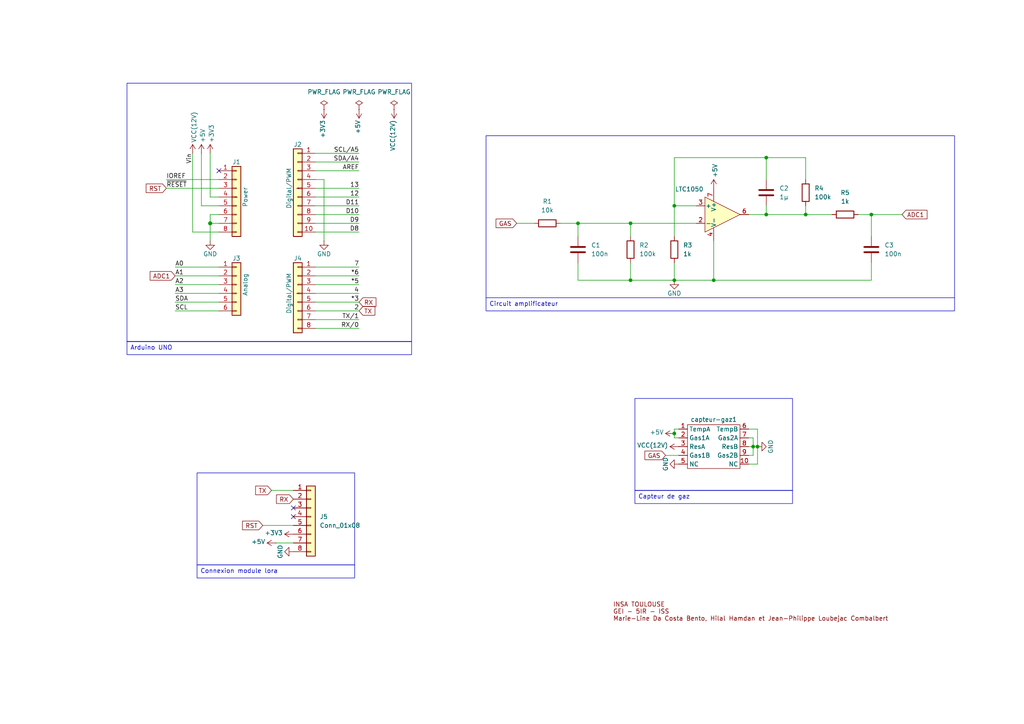
<source format=kicad_sch>
(kicad_sch (version 20250114) (generator "eeschema") (generator_version "9.0")
  (paper "A4")
  (title_block (title "Shield Arduino Capteur de Gaz & Module LoRa") (date "2026-01-06") (rev "1.0"))
  (lib_symbols
    (symbol "Amplifier_Operational:OP1177AR" (pin_names (offset 0.127))
      (property "Reference" "U" (at 5.08 5.08 0))
      (property "Value" "OP1177AR" (at 7.62 2.54 0))
      (symbol "OP1177AR_0_1"
        (polyline (pts (xy -5.08 5.08) (xy -5.08 -5.08) (xy 5.08 0) (xy -5.08 5.08)) (fill (type background)))
      )
      (symbol "OP1177AR_1_1"
        (pin input line (at -7.62 2.54 0) (length 2.54) (name "+") (number "3"))
        (pin input line (at -7.62 -2.54 0) (length 2.54) (name "-") (number "2"))
        (pin no_connect line (at -5.08 0 0) (length 3.81) (hide yes) (name "NC") (number "1"))
        (pin power_in line (at -2.54 7.62 270) (length 3.81) (name "V+") (number "7"))
        (pin power_in line (at -2.54 -7.62 90) (length 3.81) (name "V-") (number "4"))
        (pin no_connect line (at 0 2.54 270) (length 3.81) (hide yes) (name "NC") (number "8"))
        (pin no_connect line (at 0 -2.54 90) (length 3.81) (hide yes) (name "NC") (number "5"))
        (pin output line (at 7.62 0 180) (length 2.54) (name "~") (number "6"))
      )
    )
    (symbol "Connector_Generic:Conn_01x06" (pin_names (offset 1.016) (hide yes))
      (property "Reference" "J" (at 0 7.62 0))
      (property "Value" "Conn_01x06" (at 0 -10.16 0))
      (symbol "Conn_01x06_1_1"
        (rectangle (start -1.27 6.35) (end 1.27 -8.89) (stroke (width 0.254)) (fill (type background)))
        (rectangle (start -1.27 5.207) (end 0 4.953) (stroke (width 0.1524)))
        (rectangle (start -1.27 2.667) (end 0 2.413) (stroke (width 0.1524)))
        (rectangle (start -1.27 0.127) (end 0 -0.127) (stroke (width 0.1524)))
        (rectangle (start -1.27 -2.413) (end 0 -2.667) (stroke (width 0.1524)))
        (rectangle (start -1.27 -4.953) (end 0 -5.207) (stroke (width 0.1524)))
        (rectangle (start -1.27 -7.493) (end 0 -7.747) (stroke (width 0.1524)))
        (pin passive line (at -5.08 5.08 0) (length 3.81) (name "Pin_1") (number "1"))
        (pin passive line (at -5.08 2.54 0) (length 3.81) (name "Pin_2") (number "2"))
        (pin passive line (at -5.08 0 0) (length 3.81) (name "Pin_3") (number "3"))
        (pin passive line (at -5.08 -2.54 0) (length 3.81) (name "Pin_4") (number "4"))
        (pin passive line (at -5.08 -5.08 0) (length 3.81) (name "Pin_5") (number "5"))
        (pin passive line (at -5.08 -7.62 0) (length 3.81) (name "Pin_6") (number "6"))
      )
    )
    (symbol "Connector_Generic:Conn_01x08" (pin_names (offset 1.016) (hide yes))
      (property "Reference" "J" (at 0 10.16 0))
      (property "Value" "Conn_01x08" (at 0 -12.7 0))
      (symbol "Conn_01x08_1_1"
        (rectangle (start -1.27 8.89) (end 1.27 -11.43) (stroke (width 0.254)) (fill (type background)))
        (rectangle (start -1.27 7.747) (end 0 7.493) (stroke (width 0.1524)))
        (rectangle (start -1.27 5.207) (end 0 4.953) (stroke (width 0.1524)))
        (rectangle (start -1.27 2.667) (end 0 2.413) (stroke (width 0.1524)))
        (rectangle (start -1.27 0.127) (end 0 -0.127) (stroke (width 0.1524)))
        (rectangle (start -1.27 -2.413) (end 0 -2.667) (stroke (width 0.1524)))
        (rectangle (start -1.27 -4.953) (end 0 -5.207) (stroke (width 0.1524)))
        (rectangle (start -1.27 -7.493) (end 0 -7.747) (stroke (width 0.1524)))
        (rectangle (start -1.27 -10.033) (end 0 -10.287) (stroke (width 0.1524)))
        (pin passive line (at -5.08 7.62 0) (length 3.81) (name "Pin_1") (number "1"))
        (pin passive line (at -5.08 5.08 0) (length 3.81) (name "Pin_2") (number "2"))
        (pin passive line (at -5.08 2.54 0) (length 3.81) (name "Pin_3") (number "3"))
        (pin passive line (at -5.08 0 0) (length 3.81) (name "Pin_4") (number "4"))
        (pin passive line (at -5.08 -2.54 0) (length 3.81) (name "Pin_5") (number "5"))
        (pin passive line (at -5.08 -5.08 0) (length 3.81) (name "Pin_6") (number "6"))
        (pin passive line (at -5.08 -7.62 0) (length 3.81) (name "Pin_7") (number "7"))
        (pin passive line (at -5.08 -10.16 0) (length 3.81) (name "Pin_8") (number "8"))
      )
    )
    (symbol "Connector_Generic:Conn_01x10" (pin_names (offset 1.016) (hide yes))
      (property "Reference" "J" (at 0 12.7 0))
      (property "Value" "Conn_01x10" (at 0 -15.24 0))
      (symbol "Conn_01x10_1_1"
        (rectangle (start -1.27 11.43) (end 1.27 -13.97) (stroke (width 0.254)) (fill (type background)))
        (rectangle (start -1.27 10.287) (end 0 10.033) (stroke (width 0.1524)))
        (rectangle (start -1.27 7.747) (end 0 7.493) (stroke (width 0.1524)))
        (rectangle (start -1.27 5.207) (end 0 4.953) (stroke (width 0.1524)))
        (rectangle (start -1.27 2.667) (end 0 2.413) (stroke (width 0.1524)))
        (rectangle (start -1.27 0.127) (end 0 -0.127) (stroke (width 0.1524)))
        (rectangle (start -1.27 -2.413) (end 0 -2.667) (stroke (width 0.1524)))
        (rectangle (start -1.27 -4.953) (end 0 -5.207) (stroke (width 0.1524)))
        (rectangle (start -1.27 -7.493) (end 0 -7.747) (stroke (width 0.1524)))
        (rectangle (start -1.27 -10.033) (end 0 -10.287) (stroke (width 0.1524)))
        (rectangle (start -1.27 -12.573) (end 0 -12.827) (stroke (width 0.1524)))
        (pin passive line (at -5.08 10.16 0) (length 3.81) (name "Pin_1") (number "1"))
        (pin passive line (at -5.08 7.62 0) (length 3.81) (name "Pin_2") (number "2"))
        (pin passive line (at -5.08 5.08 0) (length 3.81) (name "Pin_3") (number "3"))
        (pin passive line (at -5.08 2.54 0) (length 3.81) (name "Pin_4") (number "4"))
        (pin passive line (at -5.08 0 0) (length 3.81) (name "Pin_5") (number "5"))
        (pin passive line (at -5.08 -2.54 0) (length 3.81) (name "Pin_6") (number "6"))
        (pin passive line (at -5.08 -5.08 0) (length 3.81) (name "Pin_7") (number "7"))
        (pin passive line (at -5.08 -7.62 0) (length 3.81) (name "Pin_8") (number "8"))
        (pin passive line (at -5.08 -10.16 0) (length 3.81) (name "Pin_9") (number "9"))
        (pin passive line (at -5.08 -12.7 0) (length 3.81) (name "Pin_10") (number "10"))
      )
    )
    (symbol "Device:C" (pin_numbers (hide yes)) (pin_names (offset 0.254))
      (property "Reference" "C" (at 0.635 2.54 0))
      (property "Value" "C" (at 0.635 -2.54 0))
      (symbol "C_0_1"
        (polyline (pts (xy -2.032 0.762) (xy 2.032 0.762)) (stroke (width 0.508)))
        (polyline (pts (xy -2.032 -0.762) (xy 2.032 -0.762)) (stroke (width 0.508)))
      )
      (symbol "C_1_1"
        (pin passive line (at 0 3.81 270) (length 2.794) (name "~") (number "1"))
        (pin passive line (at 0 -3.81 90) (length 2.794) (name "~") (number "2"))
      )
    )
    (symbol "Device:R" (pin_numbers (hide yes)) (pin_names (offset 0))
      (property "Reference" "R" (at 2.032 0 90))
      (property "Value" "R" (at 0 0 90))
      (symbol "R_0_1"
        (rectangle (start -1.016 -2.54) (end 1.016 2.54) (stroke (width 0.254)))
      )
      (symbol "R_1_1"
        (pin passive line (at 0 3.81 270) (length 1.27) (name "~") (number "1"))
        (pin passive line (at 0 -3.81 90) (length 1.27) (name "~") (number "2"))
      )
    )
    (symbol "GazSensor_1"
      (property "Reference" "capteur-gaz" (at -0.254 6.604 0))
      (symbol "GazSensor_1_0_1"
        (rectangle (start -7.62 5.08) (end 7.62 -7.62))
      )
      (symbol "GazSensor_1_1_1"
        (pin passive line (at -10.16 3.81 0) (length 2.54) (name "TempA") (number "1"))
        (pin passive line (at -10.16 1.27 0) (length 2.54) (name "Gas1A") (number "2"))
        (pin passive line (at -10.16 -1.27 0) (length 2.54) (name "ResA") (number "3"))
        (pin passive line (at -10.16 -3.81 0) (length 2.54) (name "Gas1B") (number "4"))
        (pin passive line (at -10.16 -6.35 0) (length 2.54) (name "NC") (number "5"))
        (pin passive line (at 10.16 3.81 180) (length 2.54) (name "TempB") (number "6"))
        (pin passive line (at 10.16 1.27 180) (length 2.54) (name "Gas2A") (number "7"))
        (pin passive line (at 10.16 -1.27 180) (length 2.54) (name "ResB") (number "8"))
        (pin passive line (at 10.16 -3.81 180) (length 2.54) (name "Gas2B") (number "9"))
        (pin passive line (at 10.16 -6.35 180) (length 2.54) (name "NC") (number "10"))
      )
    )
    (symbol "power:+3V3" (power) (pin_numbers (hide yes)) (pin_names (offset 0) (hide yes))
      (property "Value" "+3V3" (at 0 3.556 0))
      (symbol "+3V3_0_1"
        (polyline (pts (xy -0.762 1.27) (xy 0 2.54)))
        (polyline (pts (xy 0 2.54) (xy 0.762 1.27)))
        (polyline (pts (xy 0 0) (xy 0 2.54)))
      )
      (symbol "+3V3_1_1"
        (pin power_in line (at 0 0 90) (length 0) (name "~") (number "1"))
      )
    )
    (symbol "power:+5V" (power) (pin_numbers (hide yes)) (pin_names (offset 0) (hide yes))
      (property "Value" "+5V" (at 0 3.556 0))
      (symbol "+5V_0_1"
        (polyline (pts (xy -0.762 1.27) (xy 0 2.54)))
        (polyline (pts (xy 0 2.54) (xy 0.762 1.27)))
        (polyline (pts (xy 0 0) (xy 0 2.54)))
      )
      (symbol "+5V_1_1"
        (pin power_in line (at 0 0 90) (length 0) (name "~") (number "1"))
      )
    )
    (symbol "power:GND" (power) (pin_numbers (hide yes)) (pin_names (offset 0) (hide yes))
      (property "Value" "GND" (at 0 -3.81 0))
      (symbol "GND_0_1"
        (polyline (pts (xy 0 0) (xy 0 -1.27) (xy 1.27 -1.27) (xy 0 -2.54) (xy -1.27 -1.27) (xy 0 -1.27)))
      )
      (symbol "GND_1_1"
        (pin power_in line (at 0 0 270) (length 0) (name "~") (number "1"))
      )
    )
    (symbol "power:PWR_FLAG" (power) (pin_numbers (hide yes)) (pin_names (offset 0) (hide yes))
      (property "Value" "PWR_FLAG" (at 0 3.81 0))
      (symbol "PWR_FLAG_0_0"
        (pin power_out line (at 0 0 90) (length 0) (name "~") (number "1"))
      )
      (symbol "PWR_FLAG_0_1"
        (polyline (pts (xy 0 0) (xy 0 1.27) (xy -1.016 1.905) (xy 0 2.54) (xy 1.016 1.905) (xy 0 1.27)))
      )
    )
    (symbol "power:VCC" (power) (pin_numbers (hide yes)) (pin_names (offset 0) (hide yes))
      (property "Value" "VCC" (at 0 3.556 0))
      (symbol "VCC_0_1"
        (polyline (pts (xy -0.762 1.27) (xy 0 2.54)))
        (polyline (pts (xy 0 2.54) (xy 0.762 1.27)))
        (polyline (pts (xy 0 0) (xy 0 2.54)))
      )
      (symbol "VCC_1_1"
        (pin power_in line (at 0 0 90) (length 0) (name "~") (number "1"))
      )
    )
  )
  (rectangle (start 36.83 24.13) (end 119.38 99.06))
  (rectangle (start 57.15 137.16) (end 102.87 163.83))
  (rectangle (start 184.15 115.57) (end 229.87 142.24))
  (rectangle (start 140.97 39.37) (end 276.86 86.36))
  (text "INSA TOULOUSE\nGEI - 5IR - ISS\nMarie-Line Da Costa Bento, Hilal Hamdan et Jean-Philippe Loubejac Combalbert\n" (at 177.8 180.34 0) (effects (font (size 1.27 1.27) (thickness 0.1588)) (justify left bottom)))
  (text_box "Circuit amplificateur\n" (at 140.97 86.36 0) (size 135.89 3.81) (margins 0.9525 0.9525 0.9525 0.9525) (effects (font (size 1.27 1.27)) (justify left top)))
  (text_box "Arduino UNO" (at 36.83 99.06 0) (size 82.55 3.81) (margins 0.9525 0.9525 0.9525 0.9525) (effects (font (size 1.27 1.27)) (justify left top)))
  (text_box "Capteur de gaz" (at 184.15 142.24 0) (size 45.72 3.81) (margins 0.9525 0.9525 0.9525 0.9525) (effects (font (size 1.27 1.27)) (justify left top)))
  (text_box "Connexion module lora" (at 57.15 163.83 0) (size 45.72 3.81) (margins 0.9525 0.9525 0.9525 0.9525) (effects (font (size 1.27 1.27)) (justify left top)))
  (junction (at 222.25 45.72))
  (junction (at 60.96 64.77) (diameter 1.016))
  (junction (at 218.44 129.54))
  (junction (at 195.58 125.73))
  (junction (at 233.68 62.23))
  (junction (at 167.64 64.77))
  (junction (at 195.58 59.69))
  (junction (at 222.25 62.23))
  (junction (at 219.71 129.54))
  (junction (at 252.73 62.23))
  (junction (at 207.01 81.28))
  (junction (at 195.58 81.28))
  (junction (at 182.88 64.77))
  (junction (at 182.88 81.28))
  (no_connect (at 85.09 149.86))
  (no_connect (at 85.09 147.32))
  (no_connect (at 63.5 49.53))
  (wire (pts (xy 91.44 95.25) (xy 104.14 95.25)))
  (wire (pts (xy 219.71 124.46) (xy 219.71 129.54)))
  (wire (pts (xy 182.88 81.28) (xy 195.58 81.28)))
  (wire (pts (xy 217.17 124.46) (xy 219.71 124.46)))
  (wire (pts (xy 91.44 62.23) (xy 104.14 62.23)))
  (wire (pts (xy 91.44 44.45) (xy 104.14 44.45)))
  (wire (pts (xy 252.73 62.23) (xy 252.73 68.58)))
  (wire (pts (xy 60.96 62.23) (xy 60.96 64.77)))
  (wire (pts (xy 222.25 45.72) (xy 195.58 45.72)))
  (wire (pts (xy 50.8 90.17) (xy 63.5 90.17)))
  (wire (pts (xy 252.73 62.23) (xy 261.62 62.23)))
  (wire (pts (xy 60.96 64.77) (xy 60.96 69.85)))
  (wire (pts (xy 167.64 81.28) (xy 182.88 81.28)))
  (wire (pts (xy 218.44 132.08) (xy 218.44 129.54)))
  (wire (pts (xy 195.58 76.2) (xy 195.58 81.28)))
  (wire (pts (xy 217.17 127) (xy 218.44 127)))
  (wire (pts (xy 182.88 76.2) (xy 182.88 81.28)))
  (wire (pts (xy 60.96 57.15) (xy 63.5 57.15)))
  (wire (pts (xy 58.42 59.69) (xy 63.5 59.69)))
  (wire (pts (xy 58.42 44.45) (xy 58.42 59.69)))
  (wire (pts (xy 222.25 62.23) (xy 222.25 59.69)))
  (wire (pts (xy 217.17 134.62) (xy 219.71 134.62)))
  (wire (pts (xy 91.44 54.61) (xy 104.14 54.61)))
  (wire (pts (xy 60.96 44.45) (xy 60.96 57.15)))
  (wire (pts (xy 91.44 77.47) (xy 104.14 77.47)))
  (wire (pts (xy 63.5 77.47) (xy 50.8 77.47)))
  (wire (pts (xy 218.44 129.54) (xy 217.17 129.54)))
  (wire (pts (xy 91.44 57.15) (xy 104.14 57.15)))
  (wire (pts (xy 201.93 59.69) (xy 195.58 59.69)))
  (wire (pts (xy 91.44 80.01) (xy 104.14 80.01)))
  (wire (pts (xy 207.01 81.28) (xy 252.73 81.28)))
  (wire (pts (xy 219.71 134.62) (xy 219.71 129.54)))
  (wire (pts (xy 149.86 64.77) (xy 154.94 64.77)))
  (wire (pts (xy 91.44 64.77) (xy 104.14 64.77)))
  (wire (pts (xy 195.58 45.72) (xy 195.58 59.69)))
  (wire (pts (xy 222.25 62.23) (xy 233.68 62.23)))
  (wire (pts (xy 167.64 68.58) (xy 167.64 64.77)))
  (wire (pts (xy 222.25 45.72) (xy 233.68 45.72)))
  (wire (pts (xy 91.44 85.09) (xy 104.14 85.09)))
  (wire (pts (xy 233.68 62.23) (xy 241.3 62.23)))
  (wire (pts (xy 195.58 59.69) (xy 195.58 68.58)))
  (wire (pts (xy 48.26 52.07) (xy 63.5 52.07)))
  (wire (pts (xy 233.68 45.72) (xy 233.68 52.07)))
  (wire (pts (xy 182.88 64.77) (xy 182.88 68.58)))
  (wire (pts (xy 78.74 142.24) (xy 85.09 142.24)))
  (wire (pts (xy 167.64 64.77) (xy 182.88 64.77)))
  (wire (pts (xy 195.58 125.73) (xy 195.58 127)))
  (wire (pts (xy 195.58 127) (xy 196.85 127)))
  (wire (pts (xy 93.98 52.07) (xy 93.98 69.85)))
  (wire (pts (xy 91.44 49.53) (xy 104.14 49.53)))
  (wire (pts (xy 63.5 82.55) (xy 50.8 82.55)))
  (wire (pts (xy 48.26 54.61) (xy 63.5 54.61)))
  (wire (pts (xy 219.71 129.54) (xy 218.44 129.54)))
  (wire (pts (xy 196.85 124.46) (xy 195.58 124.46)))
  (wire (pts (xy 63.5 64.77) (xy 60.96 64.77)))
  (wire (pts (xy 167.64 76.2) (xy 167.64 81.28)))
  (wire (pts (xy 63.5 67.31) (xy 55.88 67.31)))
  (wire (pts (xy 217.17 132.08) (xy 218.44 132.08)))
  (wire (pts (xy 50.8 80.01) (xy 63.5 80.01)))
  (wire (pts (xy 80.01 157.48) (xy 85.09 157.48)))
  (wire (pts (xy 91.44 52.07) (xy 93.98 52.07)))
  (wire (pts (xy 195.58 124.46) (xy 195.58 125.73)))
  (wire (pts (xy 63.5 62.23) (xy 60.96 62.23)))
  (wire (pts (xy 91.44 59.69) (xy 104.14 59.69)))
  (wire (pts (xy 207.01 81.28) (xy 195.58 81.28)))
  (wire (pts (xy 167.64 64.77) (xy 162.56 64.77)))
  (wire (pts (xy 207.01 69.85) (xy 207.01 81.28)))
  (wire (pts (xy 193.04 132.08) (xy 196.85 132.08)))
  (wire (pts (xy 91.44 82.55) (xy 104.14 82.55)))
  (wire (pts (xy 50.8 85.09) (xy 63.5 85.09)))
  (wire (pts (xy 252.73 81.28) (xy 252.73 76.2)))
  (wire (pts (xy 182.88 64.77) (xy 201.93 64.77)))
  (wire (pts (xy 91.44 46.99) (xy 104.14 46.99)))
  (wire (pts (xy 233.68 62.23) (xy 233.68 59.69)))
  (wire (pts (xy 91.44 90.17) (xy 104.14 90.17)))
  (wire (pts (xy 218.44 127) (xy 218.44 129.54)))
  (wire (pts (xy 91.44 87.63) (xy 104.14 87.63)))
  (wire (pts (xy 217.17 62.23) (xy 222.25 62.23)))
  (wire (pts (xy 222.25 52.07) (xy 222.25 45.72)))
  (wire (pts (xy 91.44 92.71) (xy 104.14 92.71)))
  (wire (pts (xy 55.88 67.31) (xy 55.88 44.45)))
  (wire (pts (xy 248.92 62.23) (xy 252.73 62.23)))
  (wire (pts (xy 63.5 87.63) (xy 50.8 87.63)))
  (wire (pts (xy 76.2 152.4) (xy 85.09 152.4)))
  (wire (pts (xy 91.44 67.31) (xy 104.14 67.31)))
  (label "RX{slash}0" (at 104.14 95.25 180))
  (label "A2" (at 50.8 82.55 0))
  (label "4" (at 104.14 85.09 180))
  (label "2" (at 104.14 90.17 180))
  (label "A3" (at 50.8 85.09 0))
  (label "13" (at 104.14 54.61 180))
  (label "12" (at 104.14 57.15 180))
  (label "~{RESET}" (at 48.26 54.61 0))
  (label "D10" (at 104.14 62.23 180))
  (label "7" (at 104.14 77.47 180))
  (label "SDA{slash}A4" (at 104.14 46.99 180))
  (label "D8" (at 104.14 67.31 180))
  (label "D11" (at 104.14 59.69 180))
  (label "*3" (at 104.14 87.63 180))
  (label "A1" (at 50.8 80.01 0))
  (label "TX{slash}1" (at 104.14 92.71 180))
  (label "A0" (at 50.8 77.47 0))
  (label "AREF" (at 104.14 49.53 180))
  (label "Vin" (at 55.88 44.45 270))
  (label "*6" (at 104.14 80.01 180))
  (label "SCL{slash}A5" (at 104.14 44.45 180))
  (label "D9" (at 104.14 64.77 180))
  (label "*5" (at 104.14 82.55 180))
  (label "IOREF" (at 48.26 52.07 0))
  (label "SDA" (at 50.8 87.63 0))
  (label "SCL" (at 50.8 90.17 0))
  (global_label "ADC1" (shape input) (at 261.62 62.23 0) (property "Intersheetrefs" "${INTERSHEET_REFS}" (effects (hide yes))))
  (global_label "GAS" (shape input) (at 149.86 64.77 180) (property "Intersheetrefs" "${INTERSHEET_REFS}" (effects (hide yes))))
  (global_label "GAS" (shape input) (at 193.04 132.08 180) (property "Intersheetrefs" "${INTERSHEET_REFS}" (effects (hide yes))))
  (global_label "RX" (shape input) (at 85.09 144.78 180) (property "Intersheetrefs" "${INTERSHEET_REFS}" (effects (hide yes))))
  (global_label "RST" (shape input) (at 76.2 152.4 180) (property "Intersheetrefs" "${INTERSHEET_REFS}" (effects (hide yes))))
  (global_label "ADC1" (shape input) (at 50.8 80.01 180) (property "Intersheetrefs" "${INTERSHEET_REFS}" (effects (hide yes))))
  (global_label "RX" (shape input) (at 104.14 87.63 0) (property "Intersheetrefs" "${INTERSHEET_REFS}" (effects (hide yes))))
  (global_label "RST" (shape input) (at 48.26 54.61 180) (property "Intersheetrefs" "${INTERSHEET_REFS}" (effects (hide yes))))
  (global_label "TX" (shape input) (at 104.14 90.17 0) (property "Intersheetrefs" "${INTERSHEET_REFS}" (effects (hide yes))))
  (global_label "TX" (shape input) (at 78.74 142.24 180) (property "Intersheetrefs" "${INTERSHEET_REFS}" (effects (hide yes))))
  (symbol (lib_id "Connector_Generic:Conn_01x08") (at 68.58 57.15 0) (unit 1)
    (property "Reference" "J1" (at 68.58 46.99 0))
    (property "Value" "Power" (at 71.12 57.15 90))
    (property "Footprint" "Connector_PinHeader_2.54mm:PinHeader_1x08_P2.54mm_Vertical" (effects (hide yes)))
    (property "Datasheet" "~" (at 68.58 57.15 0))
    (property "Description" "Generic connector, single row, 01x08, script generated (kicad-library-utils/schlib/autogen/connector/)" (effects (hide yes)))
  )
  (symbol (lib_id "power:+3V3") (at 60.96 44.45 0) (unit 1)
    (property "Reference" "#PWR03" (effects (hide yes)))
    (property "Value" "+3V3" (at 61.341 41.402 90) (effects (justify left)))
    (property "Description" "Power symbol creates a global label with name \"+3V3\"" (effects (hide yes)))
  )
  (symbol (lib_id "power:+5V") (at 58.42 44.45 0) (unit 1)
    (property "Reference" "#PWR02" (effects (hide yes)))
    (property "Value" "+5V" (at 58.7756 41.402 90) (effects (justify left)))
    (property "Description" "Power symbol creates a global label with name \"+5V\"" (effects (hide yes)))
  )
  (symbol (lib_id "power:GND") (at 60.96 69.85 0) (unit 1)
    (property "Reference" "#PWR04" (effects (hide yes)))
    (property "Value" "GND" (at 60.96 73.66 0))
    (property "Description" "Power symbol creates a global label with name \"GND\" , ground" (effects (hide yes)))
  )
  (symbol (lib_id "Connector_Generic:Conn_01x10") (at 86.36 54.61 0) (mirror y) (unit 1)
    (property "Reference" "J2" (at 86.36 41.91 0))
    (property "Value" "Digital/PWM" (at 83.82 54.61 90))
    (property "Footprint" "Connector_PinHeader_2.54mm:PinHeader_1x10_P2.54mm_Vertical" (effects (hide yes)))
    (property "Datasheet" "~" (at 86.36 54.61 0))
    (property "Description" "Generic connector, single row, 01x10, script generated (kicad-library-utils/schlib/autogen/connector/)" (effects (hide yes)))
  )
  (symbol (lib_id "power:GND") (at 93.98 69.85 0) (unit 1)
    (property "Reference" "#PWR05" (effects (hide yes)))
    (property "Value" "GND" (at 93.98 73.66 0))
    (property "Description" "Power symbol creates a global label with name \"GND\" , ground" (effects (hide yes)))
  )
  (symbol (lib_id "Connector_Generic:Conn_01x06") (at 68.58 82.55 0) (unit 1)
    (property "Reference" "J3" (at 68.58 74.93 0))
    (property "Value" "Analog" (at 71.12 82.55 90))
    (property "Footprint" "Connector_PinHeader_2.54mm:PinHeader_1x06_P2.54mm_Vertical" (effects (hide yes)))
    (property "Description" "Generic connector, single row, 01x06, script generated (kicad-library-utils/schlib/autogen/connector/)" (effects (hide yes)))
  )
  (symbol (lib_id "Connector_Generic:Conn_01x08") (at 86.36 85.09 0) (mirror y) (unit 1)
    (property "Reference" "J4" (at 86.36 74.93 0))
    (property "Value" "Digital/PWM" (at 83.82 85.09 90))
    (property "Footprint" "Connector_PinHeader_2.54mm:PinHeader_1x08_P2.54mm_Vertical" (effects (hide yes)))
    (property "Datasheet" "~" (at 86.36 85.09 0))
    (property "Description" "Generic connector, single row, 01x08, script generated (kicad-library-utils/schlib/autogen/connector/)" (effects (hide yes)))
  )
  (symbol (lib_id "Device:C") (at 167.64 72.39 0) (unit 1)
    (property "Reference" "C1" (at 171.45 71.1199 0) (effects (justify left)))
    (property "Value" "100n" (at 171.45 73.6599 0) (effects (justify left)))
    (property "Footprint" "Capacitor_THT:C_Disc_D7.0mm_W2.5mm_P5.00mm" (effects (hide yes)))
    (property "Description" "Unpolarized capacitor" (effects (hide yes)))
  )
  (symbol (lib_id "Device:C") (at 252.73 72.39 0) (unit 1)
    (property "Reference" "C3" (at 256.54 71.1199 0) (effects (justify left)))
    (property "Value" "100n" (at 256.54 73.6599 0) (effects (justify left)))
    (property "Footprint" "Capacitor_THT:C_Disc_D7.0mm_W2.5mm_P5.00mm" (effects (hide yes)))
    (property "Description" "Unpolarized capacitor" (effects (hide yes)))
  )
  (symbol (lib_id "power:GND") (at 196.85 134.62 270) (unit 1)
    (property "Reference" "#PWR017" (effects (hide yes)))
    (property "Value" "GND" (at 193.04 134.62 0))
    (property "Description" "Power symbol creates a global label with name \"GND\" , ground" (effects (hide yes)))
  )
  (symbol (lib_id "Device:R") (at 158.75 64.77 90) (unit 1)
    (property "Reference" "R1" (at 158.75 58.42 90))
    (property "Value" "10k" (at 158.75 60.96 90))
    (property "Footprint" "Resistor_THT:R_Axial_DIN0207_L6.3mm_D2.5mm_P10.16mm_Horizontal" (effects (hide yes)))
    (property "Description" "Resistor" (effects (hide yes)))
  )
  (symbol (lib_id "power:+3V3") (at 93.98 31.75 180) (unit 1)
    (property "Reference" "#PWR010" (effects (hide yes)))
    (property "Value" "+3V3" (at 93.599 34.798 90) (effects (justify left)))
    (property "Description" "Power symbol creates a global label with name \"+3V3\"" (effects (hide yes)))
  )
  (symbol (lib_id "power:+5V") (at 80.01 157.48 90) (unit 1)
    (property "Reference" "#PWR07" (effects (hide yes)))
    (property "Value" "+5V" (at 76.962 157.1244 90) (effects (justify left)))
    (property "Description" "Power symbol creates a global label with name \"+5V\"" (effects (hide yes)))
  )
  (symbol (lib_id "power:+5V") (at 195.58 125.73 90) (unit 1)
    (property "Reference" "#PWR018" (effects (hide yes)))
    (property "Value" "+5V" (at 192.532 125.3744 90) (effects (justify left)))
    (property "Description" "Power symbol creates a global label with name \"+5V\"" (effects (hide yes)))
  )
  (symbol (lib_id "power:+5V") (at 104.14 31.75 180) (unit 1)
    (property "Reference" "#PWR011" (effects (hide yes)))
    (property "Value" "+5V" (at 103.7844 34.798 90) (effects (justify left)))
    (property "Description" "Power symbol creates a global label with name \"+5V\"" (effects (hide yes)))
  )
  (symbol (lib_id "Connector_Generic:Conn_01x08") (at 90.17 149.86 0) (unit 1)
    (property "Reference" "J5" (at 92.71 149.8599 0) (effects (justify left)))
    (property "Value" "Conn_01x08" (at 92.71 152.3999 0) (effects (justify left)))
    (property "Footprint" "Connector_PinSocket_2.54mm:PinSocket_1x08_P2.54mm_Vertical" (effects (hide yes)))
    (property "Description" "Generic connector, single row, 01x08, script generated (kicad-library-utils/schlib/autogen/connector/)" (effects (hide yes)))
  )
  (symbol (lib_id "Device:R") (at 182.88 72.39 180) (unit 1)
    (property "Reference" "R2" (at 185.42 71.1199 0) (effects (justify right)))
    (property "Value" "100k" (at 185.42 73.6599 0) (effects (justify right)))
    (property "Footprint" "Resistor_THT:R_Axial_DIN0207_L6.3mm_D2.5mm_P10.16mm_Horizontal" (effects (hide yes)))
    (property "Description" "Resistor" (effects (hide yes)))
  )
  (symbol (lib_id "power:VCC") (at 114.3 31.75 180) (unit 1)
    (property "Reference" "#PWR012" (effects (hide yes)))
    (property "Value" "VCC(12V)" (at 113.919 34.798 90) (effects (justify left)))
    (property "Description" "Power symbol creates a global label with name \"VCC\"" (effects (hide yes)))
  )
  (symbol (lib_id "power:VCC") (at 55.88 44.45 0) (unit 1)
    (property "Reference" "#PWR01" (effects (hide yes)))
    (property "Value" "VCC(12V)" (at 56.261 41.402 90) (effects (justify left)))
    (property "Description" "Power symbol creates a global label with name \"VCC\"" (effects (hide yes)))
  )
  (symbol (lib_name "GazSensor_1") (lib_id "marcelle:GazSensor") (at 207.01 128.27 0) (unit 1)
    (property "Reference" "capteur-gaz1" (at 207.01 121.666 0))
    (property "Footprint" "Package_TO_SOT_THT:TO-5-10_Window" (effects (hide yes)))
  )
  (symbol (lib_id "Device:C") (at 222.25 55.88 0) (unit 1)
    (property "Reference" "C2" (at 226.06 54.6099 0) (effects (justify left)))
    (property "Value" "1µ" (at 226.06 57.1499 0) (effects (justify left)))
    (property "Footprint" "Capacitor_THT:C_Disc_D7.0mm_W2.5mm_P5.00mm" (effects (hide yes)))
    (property "Description" "Unpolarized capacitor" (effects (hide yes)))
  )
  (symbol (lib_id "Device:R") (at 195.58 72.39 180) (unit 1)
    (property "Reference" "R3" (at 198.12 71.1199 0) (effects (justify right)))
    (property "Value" "1k" (at 198.12 73.6599 0) (effects (justify right)))
    (property "Footprint" "Resistor_THT:R_Axial_DIN0207_L6.3mm_D2.5mm_P10.16mm_Horizontal" (effects (hide yes)))
    (property "Description" "Resistor" (effects (hide yes)))
  )
  (symbol (lib_id "power:PWR_FLAG") (at 104.14 31.75 0) (unit 1)
    (property "Reference" "#FLG02" (effects (hide yes)))
    (property "Value" "PWR_FLAG" (at 104.14 26.67 0))
    (property "Description" "Special symbol for telling ERC where power comes from" (effects (hide yes)))
  )
  (symbol (lib_id "power:PWR_FLAG") (at 93.98 31.75 0) (unit 1)
    (property "Reference" "#FLG01" (effects (hide yes)))
    (property "Value" "PWR_FLAG" (at 93.98 26.67 0))
    (property "Description" "Special symbol for telling ERC where power comes from" (effects (hide yes)))
  )
  (symbol (lib_id "power:GND") (at 85.09 160.02 270) (unit 1)
    (property "Reference" "#PWR08" (effects (hide yes)))
    (property "Value" "GND" (at 81.28 160.02 0))
    (property "Description" "Power symbol creates a global label with name \"GND\" , ground" (effects (hide yes)))
  )
  (symbol (lib_id "power:+3V3") (at 85.09 154.94 90) (unit 1)
    (property "Reference" "#PWR06" (effects (hide yes)))
    (property "Value" "+3V3" (at 82.042 154.559 90) (effects (justify left)))
    (property "Description" "Power symbol creates a global label with name \"+3V3\"" (effects (hide yes)))
  )
  (symbol (lib_id "power:GND") (at 219.71 129.54 90) (unit 1)
    (property "Reference" "#PWR020" (effects (hide yes)))
    (property "Value" "GND" (at 223.52 129.54 0))
    (property "Description" "Power symbol creates a global label with name \"GND\" , ground" (effects (hide yes)))
  )
  (symbol (lib_id "Device:R") (at 233.68 55.88 180) (unit 1)
    (property "Reference" "R4" (at 236.22 54.6099 0) (effects (justify right)))
    (property "Value" "100k" (at 236.22 57.1499 0) (effects (justify right)))
    (property "Footprint" "Resistor_THT:R_Axial_DIN0207_L6.3mm_D2.5mm_P10.16mm_Horizontal" (effects (hide yes)))
    (property "Description" "Resistor" (effects (hide yes)))
  )
  (symbol (lib_id "Amplifier_Operational:OP1177AR") (at 209.55 62.23 0) (unit 1)
    (property "Reference" "U2" (effects (hide yes)))
    (property "Value" "LTC1050" (at 199.898 54.864 0))
    (property "Footprint" "Package_DIP:DIP-8_W7.62mm" (effects (hide yes)))
    (property "Datasheet" "https://www.analog.com/media/en/technical-documentation/data-sheets/OP1177_2177_4177.pdf" (effects (hide yes)))
    (property "Description" "Precision Low Noise, Low Input Bias Current Operational Amplifier, SOIC-8" (effects (hide yes)))
  )
  (symbol (lib_id "Device:R") (at 245.11 62.23 270) (unit 1)
    (property "Reference" "R5" (at 245.11 55.88 90))
    (property "Value" "1k" (at 245.11 58.42 90))
    (property "Footprint" "Resistor_THT:R_Axial_DIN0207_L6.3mm_D2.5mm_P10.16mm_Horizontal" (effects (hide yes)))
    (property "Description" "Resistor" (effects (hide yes)))
  )
  (symbol (lib_id "power:PWR_FLAG") (at 114.3 31.75 0) (unit 1)
    (property "Reference" "#FLG03" (effects (hide yes)))
    (property "Value" "PWR_FLAG" (at 114.3 26.67 0))
    (property "Description" "Special symbol for telling ERC where power comes from" (effects (hide yes)))
  )
  (symbol (lib_id "power:+5V") (at 207.01 54.61 0) (unit 1)
    (property "Reference" "#PWR022" (effects (hide yes)))
    (property "Value" "+5V" (at 207.3656 51.562 90) (effects (justify left)))
    (property "Description" "Power symbol creates a global label with name \"+5V\"" (effects (hide yes)))
  )
  (symbol (lib_id "power:GND") (at 195.58 81.28 0) (unit 1)
    (property "Reference" "#PWR019" (effects (hide yes)))
    (property "Value" "GND" (at 195.58 85.09 0))
    (property "Description" "Power symbol creates a global label with name \"GND\" , ground" (effects (hide yes)))
  )
  (symbol (lib_id "power:VCC") (at 196.85 129.54 90) (unit 1)
    (property "Reference" "#PWR021" (effects (hide yes)))
    (property "Value" "VCC(12V)" (at 193.802 129.159 90) (effects (justify left)))
    (property "Description" "Power symbol creates a global label with name \"VCC\"" (effects (hide yes)))
  )
)
</source>
